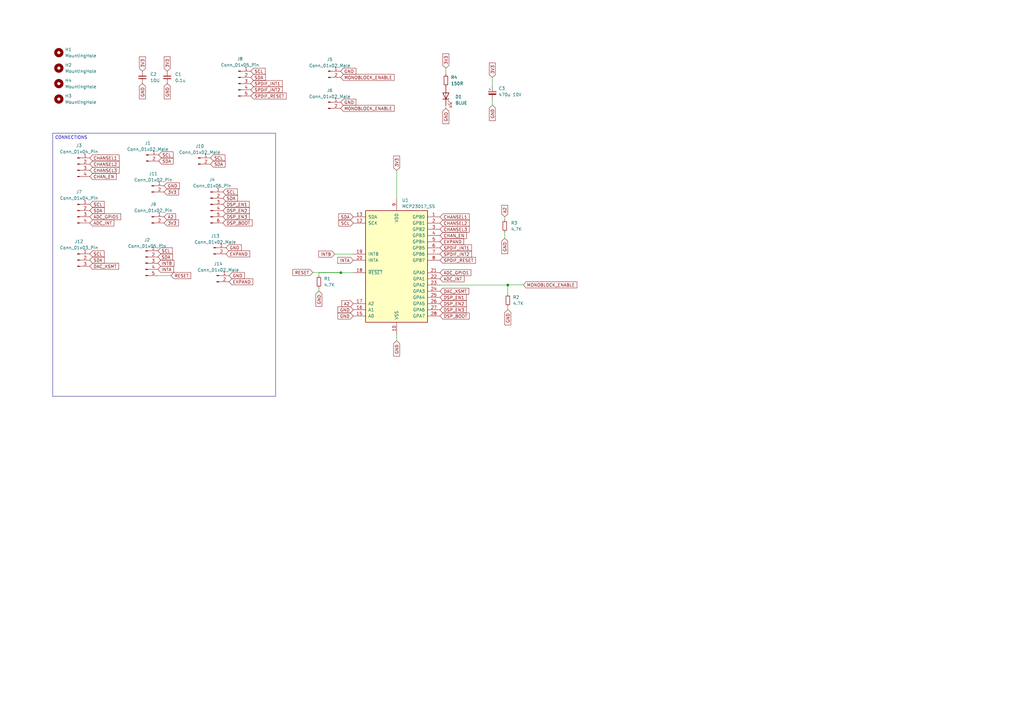
<source format=kicad_sch>
(kicad_sch (version 20231120) (generator "eeschema") (generator_version "8.0")
  (paper "A3")
  (lib_symbols
    (symbol "Connector:Conn_01x02_Male" (pin_names (offset 1.016) hide)
      (property "Reference" "J" (at 0 2.54 0))
      (property "Value" "Conn_01x02_Male" (at 0 -5.08 0))
      (symbol "Conn_01x02_Male_1_1"
        (polyline (pts (xy 1.27 -2.54) (xy 0.8636 -2.54)) (stroke (width 0.1524)))
        (polyline (pts (xy 1.27 0) (xy 0.8636 0)) (stroke (width 0.1524)))
        (rectangle (start 0.8636 -2.413) (end 0 -2.667) (stroke (width 0.1524)) (fill (type outline)))
        (rectangle (start 0.8636 0.127) (end 0 -0.127) (stroke (width 0.1524)) (fill (type outline)))
        (pin passive line (at 5.08 0 180) (length 3.81) (name "Pin_1") (number "1"))
        (pin passive line (at 5.08 -2.54 180) (length 3.81) (name "Pin_2") (number "2"))
      )
    )
    (symbol "Connector:Conn_01x02_Pin" (pin_names (offset 1.016) hide)
      (property "Reference" "J" (at 0 2.54 0))
      (property "Value" "Conn_01x02_Pin" (at 0 -5.08 0))
      (symbol "Conn_01x02_Pin_1_1"
        (polyline (pts (xy 1.27 -2.54) (xy 0.8636 -2.54)) (stroke (width 0.1524)))
        (polyline (pts (xy 1.27 0) (xy 0.8636 0)) (stroke (width 0.1524)))
        (rectangle (start 0.8636 -2.413) (end 0 -2.667) (stroke (width 0.1524)) (fill (type outline)))
        (rectangle (start 0.8636 0.127) (end 0 -0.127) (stroke (width 0.1524)) (fill (type outline)))
        (pin passive line (at 5.08 0 180) (length 3.81) (name "Pin_1") (number "1"))
        (pin passive line (at 5.08 -2.54 180) (length 3.81) (name "Pin_2") (number "2"))
      )
    )
    (symbol "Connector:Conn_01x03_Pin" (pin_names (offset 1.016) hide)
      (property "Reference" "J" (at 0 5.08 0))
      (property "Value" "Conn_01x03_Pin" (at 0 -5.08 0))
      (symbol "Conn_01x03_Pin_1_1"
        (polyline (pts (xy 1.27 -2.54) (xy 0.8636 -2.54)) (stroke (width 0.1524)))
        (polyline (pts (xy 1.27 0) (xy 0.8636 0)) (stroke (width 0.1524)))
        (polyline (pts (xy 1.27 2.54) (xy 0.8636 2.54)) (stroke (width 0.1524)))
        (rectangle (start 0.8636 -2.413) (end 0 -2.667) (stroke (width 0.1524)) (fill (type outline)))
        (rectangle (start 0.8636 0.127) (end 0 -0.127) (stroke (width 0.1524)) (fill (type outline)))
        (rectangle (start 0.8636 2.667) (end 0 2.413) (stroke (width 0.1524)) (fill (type outline)))
        (pin passive line (at 5.08 2.54 180) (length 3.81) (name "Pin_1") (number "1"))
        (pin passive line (at 5.08 0 180) (length 3.81) (name "Pin_2") (number "2"))
        (pin passive line (at 5.08 -2.54 180) (length 3.81) (name "Pin_3") (number "3"))
      )
    )
    (symbol "Connector:Conn_01x04_Pin" (pin_names (offset 1.016) hide)
      (property "Reference" "J" (at 0 5.08 0))
      (property "Value" "Conn_01x04_Pin" (at 0 -7.62 0))
      (symbol "Conn_01x04_Pin_1_1"
        (polyline (pts (xy 1.27 -5.08) (xy 0.8636 -5.08)) (stroke (width 0.1524)))
        (polyline (pts (xy 1.27 -2.54) (xy 0.8636 -2.54)) (stroke (width 0.1524)))
        (polyline (pts (xy 1.27 0) (xy 0.8636 0)) (stroke (width 0.1524)))
        (polyline (pts (xy 1.27 2.54) (xy 0.8636 2.54)) (stroke (width 0.1524)))
        (rectangle (start 0.8636 -4.953) (end 0 -5.207) (stroke (width 0.1524)) (fill (type outline)))
        (rectangle (start 0.8636 -2.413) (end 0 -2.667) (stroke (width 0.1524)) (fill (type outline)))
        (rectangle (start 0.8636 0.127) (end 0 -0.127) (stroke (width 0.1524)) (fill (type outline)))
        (rectangle (start 0.8636 2.667) (end 0 2.413) (stroke (width 0.1524)) (fill (type outline)))
        (pin passive line (at 5.08 2.54 180) (length 3.81) (name "Pin_1") (number "1"))
        (pin passive line (at 5.08 0 180) (length 3.81) (name "Pin_2") (number "2"))
        (pin passive line (at 5.08 -2.54 180) (length 3.81) (name "Pin_3") (number "3"))
        (pin passive line (at 5.08 -5.08 180) (length 3.81) (name "Pin_4") (number "4"))
      )
    )
    (symbol "Connector:Conn_01x05_Pin" (pin_names (offset 1.016) hide)
      (property "Reference" "J" (at 0 7.62 0))
      (property "Value" "Conn_01x05_Pin" (at 0 -7.62 0))
      (symbol "Conn_01x05_Pin_1_1"
        (polyline (pts (xy 1.27 -5.08) (xy 0.8636 -5.08)) (stroke (width 0.1524)))
        (polyline (pts (xy 1.27 -2.54) (xy 0.8636 -2.54)) (stroke (width 0.1524)))
        (polyline (pts (xy 1.27 0) (xy 0.8636 0)) (stroke (width 0.1524)))
        (polyline (pts (xy 1.27 2.54) (xy 0.8636 2.54)) (stroke (width 0.1524)))
        (polyline (pts (xy 1.27 5.08) (xy 0.8636 5.08)) (stroke (width 0.1524)))
        (rectangle (start 0.8636 -4.953) (end 0 -5.207) (stroke (width 0.1524)) (fill (type outline)))
        (rectangle (start 0.8636 -2.413) (end 0 -2.667) (stroke (width 0.1524)) (fill (type outline)))
        (rectangle (start 0.8636 0.127) (end 0 -0.127) (stroke (width 0.1524)) (fill (type outline)))
        (rectangle (start 0.8636 2.667) (end 0 2.413) (stroke (width 0.1524)) (fill (type outline)))
        (rectangle (start 0.8636 5.207) (end 0 4.953) (stroke (width 0.1524)) (fill (type outline)))
        (pin passive line (at 5.08 5.08 180) (length 3.81) (name "Pin_1") (number "1"))
        (pin passive line (at 5.08 2.54 180) (length 3.81) (name "Pin_2") (number "2"))
        (pin passive line (at 5.08 0 180) (length 3.81) (name "Pin_3") (number "3"))
        (pin passive line (at 5.08 -2.54 180) (length 3.81) (name "Pin_4") (number "4"))
        (pin passive line (at 5.08 -5.08 180) (length 3.81) (name "Pin_5") (number "5"))
      )
    )
    (symbol "Connector:Conn_01x06_Pin" (pin_names (offset 1.016) hide)
      (property "Reference" "J" (at 0 7.62 0))
      (property "Value" "Conn_01x06_Pin" (at 0 -10.16 0))
      (symbol "Conn_01x06_Pin_1_1"
        (polyline (pts (xy 1.27 -7.62) (xy 0.8636 -7.62)) (stroke (width 0.1524)))
        (polyline (pts (xy 1.27 -5.08) (xy 0.8636 -5.08)) (stroke (width 0.1524)))
        (polyline (pts (xy 1.27 -2.54) (xy 0.8636 -2.54)) (stroke (width 0.1524)))
        (polyline (pts (xy 1.27 0) (xy 0.8636 0)) (stroke (width 0.1524)))
        (polyline (pts (xy 1.27 2.54) (xy 0.8636 2.54)) (stroke (width 0.1524)))
        (polyline (pts (xy 1.27 5.08) (xy 0.8636 5.08)) (stroke (width 0.1524)))
        (rectangle (start 0.8636 -7.493) (end 0 -7.747) (stroke (width 0.1524)) (fill (type outline)))
        (rectangle (start 0.8636 -4.953) (end 0 -5.207) (stroke (width 0.1524)) (fill (type outline)))
        (rectangle (start 0.8636 -2.413) (end 0 -2.667) (stroke (width 0.1524)) (fill (type outline)))
        (rectangle (start 0.8636 0.127) (end 0 -0.127) (stroke (width 0.1524)) (fill (type outline)))
        (rectangle (start 0.8636 2.667) (end 0 2.413) (stroke (width 0.1524)) (fill (type outline)))
        (rectangle (start 0.8636 5.207) (end 0 4.953) (stroke (width 0.1524)) (fill (type outline)))
        (pin passive line (at 5.08 5.08 180) (length 3.81) (name "Pin_1") (number "1"))
        (pin passive line (at 5.08 2.54 180) (length 3.81) (name "Pin_2") (number "2"))
        (pin passive line (at 5.08 0 180) (length 3.81) (name "Pin_3") (number "3"))
        (pin passive line (at 5.08 -2.54 180) (length 3.81) (name "Pin_4") (number "4"))
        (pin passive line (at 5.08 -5.08 180) (length 3.81) (name "Pin_5") (number "5"))
        (pin passive line (at 5.08 -7.62 180) (length 3.81) (name "Pin_6") (number "6"))
      )
    )
    (symbol "Device:C_Polarized_Small" (pin_numbers hide) (pin_names (offset 0.254) hide)
      (property "Reference" "C" (at 0.254 1.778 0))
      (property "Value" "C_Polarized_Small" (at 0.254 -2.032 0))
      (symbol "C_Polarized_Small_0_1"
        (rectangle (start -1.524 -0.3048) (end 1.524 -0.6858) (fill (type outline)))
        (rectangle (start -1.524 0.6858) (end 1.524 0.3048))
        (polyline (pts (xy -1.27 1.524) (xy -0.762 1.524)))
        (polyline (pts (xy -1.016 1.27) (xy -1.016 1.778)))
      )
      (symbol "C_Polarized_Small_1_1"
        (pin passive line (at 0 2.54 270) (length 1.8542) (name "~") (number "1"))
        (pin passive line (at 0 -2.54 90) (length 1.8542) (name "~") (number "2"))
      )
    )
    (symbol "Device:C_Small" (pin_numbers hide) (pin_names (offset 0.254) hide)
      (property "Reference" "C" (at 0.254 1.778 0))
      (property "Value" "C_Small" (at 0.254 -2.032 0))
      (symbol "C_Small_0_1"
        (polyline (pts (xy -1.524 -0.508) (xy 1.524 -0.508)) (stroke (width 0.3302)))
        (polyline (pts (xy -1.524 0.508) (xy 1.524 0.508)) (stroke (width 0.3048)))
      )
      (symbol "C_Small_1_1"
        (pin passive line (at 0 2.54 270) (length 2.032) (name "~") (number "1"))
        (pin passive line (at 0 -2.54 90) (length 2.032) (name "~") (number "2"))
      )
    )
    (symbol "Device:LED" (pin_numbers hide) (pin_names (offset 1.016) hide)
      (property "Reference" "D" (at 0 2.54 0))
      (property "Value" "LED" (at 0 -2.54 0))
      (symbol "LED_0_1"
        (polyline (pts (xy -1.27 -1.27) (xy -1.27 1.27)) (stroke (width 0.254)))
        (polyline (pts (xy -1.27 0) (xy 1.27 0)))
        (polyline (pts (xy 1.27 -1.27) (xy 1.27 1.27) (xy -1.27 0) (xy 1.27 -1.27)) (stroke (width 0.254)))
        (polyline (pts (xy -3.048 -0.762) (xy -4.572 -2.286) (xy -3.81 -2.286) (xy -4.572 -2.286) (xy -4.572 -1.524)))
        (polyline (pts (xy -1.778 -0.762) (xy -3.302 -2.286) (xy -2.54 -2.286) (xy -3.302 -2.286) (xy -3.302 -1.524)))
      )
      (symbol "LED_1_1"
        (pin passive line (at -3.81 0 0) (length 2.54) (name "K") (number "1"))
        (pin passive line (at 3.81 0 180) (length 2.54) (name "A") (number "2"))
      )
    )
    (symbol "Device:R_Small" (pin_numbers hide) (pin_names (offset 0.254) hide)
      (property "Reference" "R" (at 0.762 0.508 0))
      (property "Value" "R_Small" (at 0.762 -1.016 0))
      (symbol "R_Small_0_1"
        (rectangle (start -0.762 1.778) (end 0.762 -1.778) (stroke (width 0.2032)))
      )
      (symbol "R_Small_1_1"
        (pin passive line (at 0 2.54 270) (length 0.762) (name "~") (number "1"))
        (pin passive line (at 0 -2.54 90) (length 0.762) (name "~") (number "2"))
      )
    )
    (symbol "Interface_Expansion:MCP23017_SS" (pin_names (offset 1.016))
      (property "Reference" "U" (at -11.43 24.13 0))
      (property "Value" "MCP23017_SS" (at 0 0 0))
      (symbol "MCP23017_SS_0_1"
        (rectangle (start -12.7 22.86) (end 12.7 -22.86) (stroke (width 0.254)) (fill (type background)))
      )
      (symbol "MCP23017_SS_1_1"
        (pin bidirectional line (at 17.78 20.32 180) (length 5.08) (name "GPB0") (number "1"))
        (pin power_in line (at 0 -27.94 90) (length 5.08) (name "VSS") (number "10"))
        (pin no_connect line (at -12.7 15.24 0) (length 5.08) hide (name "NC") (number "11"))
        (pin input line (at -17.78 17.78 0) (length 5.08) (name "SCK") (number "12"))
        (pin bidirectional line (at -17.78 20.32 0) (length 5.08) (name "SDA") (number "13"))
        (pin no_connect line (at -12.7 12.7 0) (length 5.08) hide (name "NC") (number "14"))
        (pin input line (at -17.78 -20.32 0) (length 5.08) (name "A0") (number "15"))
        (pin input line (at -17.78 -17.78 0) (length 5.08) (name "A1") (number "16"))
        (pin input line (at -17.78 -15.24 0) (length 5.08) (name "A2") (number "17"))
        (pin input line (at -17.78 -2.54 0) (length 5.08) (name "~{RESET}") (number "18"))
        (pin tri_state line (at -17.78 5.08 0) (length 5.08) (name "INTB") (number "19"))
        (pin bidirectional line (at 17.78 17.78 180) (length 5.08) (name "GPB1") (number "2"))
        (pin tri_state line (at -17.78 2.54 0) (length 5.08) (name "INTA") (number "20"))
        (pin bidirectional line (at 17.78 -2.54 180) (length 5.08) (name "GPA0") (number "21"))
        (pin bidirectional line (at 17.78 -5.08 180) (length 5.08) (name "GPA1") (number "22"))
        (pin bidirectional line (at 17.78 -7.62 180) (length 5.08) (name "GPA2") (number "23"))
        (pin bidirectional line (at 17.78 -10.16 180) (length 5.08) (name "GPA3") (number "24"))
        (pin bidirectional line (at 17.78 -12.7 180) (length 5.08) (name "GPA4") (number "25"))
        (pin bidirectional line (at 17.78 -15.24 180) (length 5.08) (name "GPA5") (number "26"))
        (pin bidirectional line (at 17.78 -17.78 180) (length 5.08) (name "GPA6") (number "27"))
        (pin bidirectional line (at 17.78 -20.32 180) (length 5.08) (name "GPA7") (number "28"))
        (pin bidirectional line (at 17.78 15.24 180) (length 5.08) (name "GPB2") (number "3"))
        (pin bidirectional line (at 17.78 12.7 180) (length 5.08) (name "GPB3") (number "4"))
        (pin bidirectional line (at 17.78 10.16 180) (length 5.08) (name "GPB4") (number "5"))
        (pin bidirectional line (at 17.78 7.62 180) (length 5.08) (name "GPB5") (number "6"))
        (pin bidirectional line (at 17.78 5.08 180) (length 5.08) (name "GPB6") (number "7"))
        (pin bidirectional line (at 17.78 2.54 180) (length 5.08) (name "GPB7") (number "8"))
        (pin power_in line (at 0 27.94 270) (length 5.08) (name "VDD") (number "9"))
      )
    )
    (symbol "Mechanical:MountingHole" (pin_names (offset 1.016))
      (property "Reference" "H" (at 0 5.08 0))
      (property "Value" "MountingHole" (at 0 3.175 0))
      (symbol "MountingHole_0_1"
        (circle (center 0 0) (radius 1.27) (stroke (width 1.27)))
      )
    )
  )
  (junction (at 139.8108 111.8291))
  (junction (at 208.28 116.9091))
  (wire (pts (xy 208.28 116.84) (xy 208.28 116.9091)))
  (wire (pts (xy 162.6708 139.7691) (xy 162.6708 137.2291)))
  (wire (pts (xy 207.01 95.25) (xy 207.01 97.79)))
  (wire (pts (xy 180.4508 116.9091) (xy 208.28 116.9091)))
  (wire (pts (xy 64.77 113.03) (xy 70.104 113.03)))
  (wire (pts (xy 201.93 43.18) (xy 201.93 40.64)))
  (wire (pts (xy 139.8108 111.76) (xy 139.8108 111.8291)))
  (wire (pts (xy 139.8108 111.8291) (xy 144.8908 111.8291)))
  (wire (pts (xy 130.81 119.38) (xy 130.81 118.11)))
  (wire (pts (xy 182.88 44.45) (xy 182.88 43.18)))
  (wire (pts (xy 208.28 120.65) (xy 208.28 116.9091)))
  (wire (pts (xy 207.01 88.9) (xy 207.01 90.17)))
  (wire (pts (xy 130.81 113.03) (xy 130.81 111.8291)))
  (wire (pts (xy 201.93 31.75) (xy 201.93 35.56)))
  (wire (pts (xy 137.2708 104.2091) (xy 144.8908 104.2091)))
  (wire (pts (xy 128.27 111.76) (xy 139.8108 111.76)))
  (wire (pts (xy 130.81 111.8291) (xy 139.8108 111.8291)))
  (wire (pts (xy 162.6708 69.9191) (xy 162.6708 81.3491)))
  (wire (pts (xy 208.28 127) (xy 208.28 125.73)))
  (wire (pts (xy 208.28 116.84) (xy 214.63 116.84)))
  (wire (pts (xy 182.88 27.94) (xy 182.88 30.48)))
  (text_box "CONNECTIONS" (at 21.59 54.61 0) (size 91.44 107.95) (stroke (width 0) (color 0 0 132 1)) (effects (font (size 1.27 1.27)) (justify left top)))
  (global_label "EXPAND" (shape input) (at 93.98 115.57 0) (property "Intersheetrefs" "${INTERSHEET_REFS}" (effects (hide yes))))
  (global_label "EXPAND" (shape input) (at 92.71 104.14 0) (property "Intersheetrefs" "${INTERSHEET_REFS}" (effects (hide yes))))
  (global_label "GND" (shape input) (at 58.42 34.29 270) (property "Intersheetrefs" "${INTERSHEET_REFS}" (effects (hide yes))))
  (global_label "3V3" (shape input) (at 182.88 27.94 90) (property "Intersheetrefs" "${INTERSHEET_REFS}" (effects (hide yes))))
  (global_label "RESET" (shape input) (at 70.104 113.03 0) (property "Intersheetrefs" "${INTERSHEET_REFS}" (effects (hide yes))))
  (global_label "SPDIF_RESET" (shape input) (at 102.87 39.37 0) (property "Intersheetrefs" "${INTERSHEET_REFS}" (effects (hide yes))))
  (global_label "GND" (shape input) (at 139.7 41.91 0) (property "Intersheetrefs" "${INTERSHEET_REFS}" (effects (hide yes))))
  (global_label "DSP_EN2" (shape input) (at 91.44 86.36 0) (property "Intersheetrefs" "${INTERSHEET_REFS}" (effects (hide yes))))
  (global_label "SCL" (shape input) (at 102.87 29.21 0) (property "Intersheetrefs" "${INTERSHEET_REFS}" (effects (hide yes))))
  (global_label "GND" (shape input) (at 144.8908 129.6091 180) (property "Intersheetrefs" "${INTERSHEET_REFS}" (effects (hide yes))))
  (global_label "DSP_EN3" (shape input) (at 91.44 88.9 0) (property "Intersheetrefs" "${INTERSHEET_REFS}" (effects (hide yes))))
  (global_label "DSP_EN1" (shape input) (at 91.44 83.82 0) (property "Intersheetrefs" "${INTERSHEET_REFS}" (effects (hide yes))))
  (global_label "MONOBLOCK_ENABLE" (shape input) (at 139.7 31.75 0) (property "Intersheetrefs" "${INTERSHEET_REFS}" (effects (hide yes))))
  (global_label "SDA" (shape input) (at 36.83 106.68 0) (property "Intersheetrefs" "${INTERSHEET_REFS}" (effects (hide yes))))
  (global_label "ADC_GPIO1" (shape input) (at 36.83 88.9 0) (property "Intersheetrefs" "${INTERSHEET_REFS}" (effects (hide yes))))
  (global_label "A2" (shape input) (at 144.8908 124.5291 180) (property "Intersheetrefs" "${INTERSHEET_REFS}" (effects (hide yes))))
  (global_label "CHANSEL1" (shape input) (at 36.83 64.77 0) (property "Intersheetrefs" "${INTERSHEET_REFS}" (effects (hide yes))))
  (global_label "GND" (shape input) (at 130.81 119.38 270) (property "Intersheetrefs" "${INTERSHEET_REFS}" (effects (hide yes))))
  (global_label "CHANSEL2" (shape input) (at 36.83 67.31 0) (property "Intersheetrefs" "${INTERSHEET_REFS}" (effects (hide yes))))
  (global_label "MONOBLOCK_ENABLE" (shape input) (at 214.63 116.84 0) (property "Intersheetrefs" "${INTERSHEET_REFS}" (effects (hide yes))))
  (global_label "SDA" (shape input) (at 102.87 31.75 0) (property "Intersheetrefs" "${INTERSHEET_REFS}" (effects (hide yes))))
  (global_label "GND" (shape input) (at 67.31 76.2 0) (property "Intersheetrefs" "${INTERSHEET_REFS}" (effects (hide yes))))
  (global_label "SCL" (shape input) (at 65.0724 63.5246 0) (property "Intersheetrefs" "${INTERSHEET_REFS}" (effects (hide yes))))
  (global_label "GND" (shape input) (at 201.93 43.18 270) (property "Intersheetrefs" "${INTERSHEET_REFS}" (effects (hide yes))))
  (global_label "GND" (shape input) (at 162.6708 139.7691 270) (property "Intersheetrefs" "${INTERSHEET_REFS}" (effects (hide yes))))
  (global_label "SPDIF_INT2" (shape input) (at 180.4508 104.2091 0) (property "Intersheetrefs" "${INTERSHEET_REFS}" (effects (hide yes))))
  (global_label "GND" (shape input) (at 208.28 127 270) (property "Intersheetrefs" "${INTERSHEET_REFS}" (effects (hide yes))))
  (global_label "SCL" (shape input) (at 91.44 78.74 0) (property "Intersheetrefs" "${INTERSHEET_REFS}" (effects (hide yes))))
  (global_label "DSP_EN2" (shape input) (at 180.4508 124.5291 0) (property "Intersheetrefs" "${INTERSHEET_REFS}" (effects (hide yes))))
  (global_label "INTA" (shape input) (at 144.8908 106.7491 180) (property "Intersheetrefs" "${INTERSHEET_REFS}" (effects (hide yes))))
  (global_label "GND" (shape input) (at 207.01 97.79 270) (property "Intersheetrefs" "${INTERSHEET_REFS}" (effects (hide yes))))
  (global_label "SDA" (shape input) (at 144.8908 88.9691 180) (property "Intersheetrefs" "${INTERSHEET_REFS}" (effects (hide yes))))
  (global_label "3V3" (shape input) (at 162.6708 69.9191 90) (property "Intersheetrefs" "${INTERSHEET_REFS}" (effects (hide yes))))
  (global_label "CHANSEL2" (shape input) (at 180.4508 91.5091 0) (property "Intersheetrefs" "${INTERSHEET_REFS}" (effects (hide yes))))
  (global_label "SPDIF_INT1" (shape input) (at 102.87 34.29 0) (property "Intersheetrefs" "${INTERSHEET_REFS}" (effects (hide yes))))
  (global_label "ADC_GPIO1" (shape input) (at 180.4508 111.8291 0) (property "Intersheetrefs" "${INTERSHEET_REFS}" (effects (hide yes))))
  (global_label "GND" (shape input) (at 139.7 29.21 0) (property "Intersheetrefs" "${INTERSHEET_REFS}" (effects (hide yes))))
  (global_label "MONOBLOCK_ENABLE" (shape input) (at 139.7 44.45 0) (property "Intersheetrefs" "${INTERSHEET_REFS}" (effects (hide yes))))
  (global_label "ADC_INT" (shape input) (at 36.83 91.44 0) (property "Intersheetrefs" "${INTERSHEET_REFS}" (effects (hide yes))))
  (global_label "SDA" (shape input) (at 91.44 81.28 0) (property "Intersheetrefs" "${INTERSHEET_REFS}" (effects (hide yes))))
  (global_label "SDA" (shape input) (at 86.36 67.31 0) (property "Intersheetrefs" "${INTERSHEET_REFS}" (effects (hide yes))))
  (global_label "DAC_XSMT" (shape input) (at 36.83 109.22 0) (property "Intersheetrefs" "${INTERSHEET_REFS}" (effects (hide yes))))
  (global_label "3V3" (shape input) (at 58.42 29.21 90) (property "Intersheetrefs" "${INTERSHEET_REFS}" (effects (hide yes))))
  (global_label "GND" (shape input) (at 92.71 101.6 0) (property "Intersheetrefs" "${INTERSHEET_REFS}" (effects (hide yes))))
  (global_label "SCL" (shape input) (at 36.83 104.14 0) (property "Intersheetrefs" "${INTERSHEET_REFS}" (effects (hide yes))))
  (global_label "SDA" (shape input) (at 64.77 105.41 0) (property "Intersheetrefs" "${INTERSHEET_REFS}" (effects (hide yes))))
  (global_label "SPDIF_RESET" (shape input) (at 180.4508 106.7491 0) (property "Intersheetrefs" "${INTERSHEET_REFS}" (effects (hide yes))))
  (global_label "SCL" (shape input) (at 144.8908 91.5091 180) (property "Intersheetrefs" "${INTERSHEET_REFS}" (effects (hide yes))))
  (global_label "SCL" (shape input) (at 86.36 64.77 0) (property "Intersheetrefs" "${INTERSHEET_REFS}" (effects (hide yes))))
  (global_label "3V3" (shape input) (at 67.31 78.74 0) (property "Intersheetrefs" "${INTERSHEET_REFS}" (effects (hide yes))))
  (global_label "A2" (shape input) (at 207.01 88.9 90) (property "Intersheetrefs" "${INTERSHEET_REFS}" (effects (hide yes))))
  (global_label "SPDIF_INT2" (shape input) (at 102.87 36.83 0) (property "Intersheetrefs" "${INTERSHEET_REFS}" (effects (hide yes))))
  (global_label "DAC_XSMT" (shape input) (at 180.4508 119.4491 0) (property "Intersheetrefs" "${INTERSHEET_REFS}" (effects (hide yes))))
  (global_label "ADC_INT" (shape input) (at 180.4508 114.3691 0) (property "Intersheetrefs" "${INTERSHEET_REFS}" (effects (hide yes))))
  (global_label "GND" (shape input) (at 68.58 34.29 270) (property "Intersheetrefs" "${INTERSHEET_REFS}" (effects (hide yes))))
  (global_label "SDA" (shape input) (at 36.83 86.36 0) (property "Intersheetrefs" "${INTERSHEET_REFS}" (effects (hide yes))))
  (global_label "3V3" (shape input) (at 67.31 91.44 0) (property "Intersheetrefs" "${INTERSHEET_REFS}" (effects (hide yes))))
  (global_label "DSP_BOOT" (shape input) (at 180.4508 129.6091 0) (property "Intersheetrefs" "${INTERSHEET_REFS}" (effects (hide yes))))
  (global_label "3V3" (shape input) (at 68.58 29.21 90) (property "Intersheetrefs" "${INTERSHEET_REFS}" (effects (hide yes))))
  (global_label "EXPAND" (shape input) (at 180.4508 99.1291 0) (property "Intersheetrefs" "${INTERSHEET_REFS}" (effects (hide yes))))
  (global_label "DSP_EN1" (shape input) (at 180.4508 121.9891 0) (property "Intersheetrefs" "${INTERSHEET_REFS}" (effects (hide yes))))
  (global_label "3V3" (shape input) (at 201.93 31.75 90) (property "Intersheetrefs" "${INTERSHEET_REFS}" (effects (hide yes))))
  (global_label "RESET" (shape input) (at 128.27 111.76 180) (property "Intersheetrefs" "${INTERSHEET_REFS}" (effects (hide yes))))
  (global_label "SDA" (shape input) (at 65.0724 66.0646 0) (property "Intersheetrefs" "${INTERSHEET_REFS}" (effects (hide yes))))
  (global_label "CHANSEL3" (shape input) (at 180.4508 94.0491 0) (property "Intersheetrefs" "${INTERSHEET_REFS}" (effects (hide yes))))
  (global_label "INTB" (shape input) (at 137.2708 104.2091 180) (property "Intersheetrefs" "${INTERSHEET_REFS}" (effects (hide yes))))
  (global_label "SCL" (shape input) (at 36.83 83.82 0) (property "Intersheetrefs" "${INTERSHEET_REFS}" (effects (hide yes))))
  (global_label "GND" (shape input) (at 182.88 44.45 270) (property "Intersheetrefs" "${INTERSHEET_REFS}" (effects (hide yes))))
  (global_label "CHANSEL3" (shape input) (at 36.83 69.85 0) (property "Intersheetrefs" "${INTERSHEET_REFS}" (effects (hide yes))))
  (global_label "CHANSEL1" (shape input) (at 180.4508 88.9691 0) (property "Intersheetrefs" "${INTERSHEET_REFS}" (effects (hide yes))))
  (global_label "A2" (shape input) (at 67.31 88.9 0) (property "Intersheetrefs" "${INTERSHEET_REFS}" (effects (hide yes))))
  (global_label "DSP_BOOT" (shape input) (at 91.44 91.44 0) (property "Intersheetrefs" "${INTERSHEET_REFS}" (effects (hide yes))))
  (global_label "CHAN_EN" (shape input) (at 180.4508 96.5891 0) (property "Intersheetrefs" "${INTERSHEET_REFS}" (effects (hide yes))))
  (global_label "INTB" (shape input) (at 64.77 107.95 0) (property "Intersheetrefs" "${INTERSHEET_REFS}" (effects (hide yes))))
  (global_label "CHAN_EN" (shape input) (at 36.83 72.39 0) (property "Intersheetrefs" "${INTERSHEET_REFS}" (effects (hide yes))))
  (global_label "SCL" (shape input) (at 64.77 102.87 0) (property "Intersheetrefs" "${INTERSHEET_REFS}" (effects (hide yes))))
  (global_label "SPDIF_INT1" (shape input) (at 180.4508 101.6691 0) (property "Intersheetrefs" "${INTERSHEET_REFS}" (effects (hide yes))))
  (global_label "GND" (shape input) (at 144.8908 127.0691 180) (property "Intersheetrefs" "${INTERSHEET_REFS}" (effects (hide yes))))
  (global_label "DSP_EN3" (shape input) (at 180.4508 127.0691 0) (property "Intersheetrefs" "${INTERSHEET_REFS}" (effects (hide yes))))
  (global_label "INTA" (shape input) (at 64.77 110.49 0) (property "Intersheetrefs" "${INTERSHEET_REFS}" (effects (hide yes))))
  (global_label "GND" (shape input) (at 93.98 113.03 0) (property "Intersheetrefs" "${INTERSHEET_REFS}" (effects (hide yes))))
  (symbol (lib_id "Mechanical:MountingHole") (at 24.13 34.29 0) (unit 1)
    (property "Reference" "H4" (at 26.67 33.0199 0) (effects (justify left)))
    (property "Value" "MountingHole" (at 26.67 35.5599 0) (effects (justify left)))
    (property "Footprint" "MountingHole:MountingHole_3.2mm_M3_DIN965_Pad_TopOnly" (effects (hide yes)))
  )
  (symbol (lib_id "Interface_Expansion:MCP23017_SS") (at 162.6708 109.2891 0) (unit 1)
    (property "Reference" "U1" (at 164.8649 82.1111 0) (effects (justify left)))
    (property "Value" "MCP23017_SS" (at 164.8649 84.6511 0) (effects (justify left)))
    (property "Footprint" "Package_SO:SSOP-28_5.3x10.2mm_P0.65mm" (effects (hide yes)))
    (property "Datasheet" "http://ww1.microchip.com/downloads/en/DeviceDoc/20001952C.pdf" (effects (hide yes)))
    (property "Mouser" " 579-MCP23017-E/SS " (effects (hide yes)))
  )
  (symbol (lib_id "Connector:Conn_01x05_Pin") (at 97.79 34.29 0) (unit 1)
    (property "Reference" "J8" (at 98.425 24.13 0))
    (property "Value" "Conn_01x05_Pin" (at 98.425 26.67 0))
    (property "Footprint" "Connector_JST:JST_PH_B5B-PH-K_1x05_P2.00mm_Vertical" (effects (hide yes)))
    (property "Description" "Generic connector, single row, 01x05, script generated" (effects (hide yes)))
  )
  (symbol (lib_id "Connector:Conn_01x03_Pin") (at 31.75 106.68 0) (unit 1)
    (property "Reference" "J12" (at 32.385 99.06 0))
    (property "Value" "Conn_01x03_Pin" (at 32.385 101.6 0))
    (property "Footprint" "Connector_JST:JST_PH_B3B-PH-K_1x03_P2.00mm_Vertical" (effects (hide yes)))
    (property "Description" "Generic connector, single row, 01x03, script generated" (effects (hide yes)))
  )
  (symbol (lib_id "Device:R_Small") (at 207.01 92.71 0) (unit 1)
    (property "Reference" "R3" (at 209.55 91.4399 0) (effects (justify left)))
    (property "Value" "4.7K" (at 209.55 93.9799 0) (effects (justify left)))
    (property "Footprint" "Resistor_SMD:R_0603_1608Metric_Pad0.98x0.95mm_HandSolder" (effects (hide yes)))
  )
  (symbol (lib_id "Connector:Conn_01x02_Male") (at 134.62 29.21 0) (unit 1)
    (property "Reference" "J5" (at 135.255 24.384 0))
    (property "Value" "Conn_01x02_Male" (at 135.255 26.924 0))
    (property "Footprint" "Connector_JST:JST_PH_B2B-PH-K_1x02_P2.00mm_Vertical" (effects (hide yes)))
  )
  (symbol (lib_id "Connector:Conn_01x04_Pin") (at 31.75 86.36 0) (unit 1)
    (property "Reference" "J7" (at 32.385 78.74 0))
    (property "Value" "Conn_01x04_Pin" (at 32.385 81.28 0))
    (property "Footprint" "Connector_JST:JST_PH_B4B-PH-K_1x04_P2.00mm_Vertical" (effects (hide yes)))
    (property "Description" "Generic connector, single row, 01x04, script generated" (effects (hide yes)))
  )
  (symbol (lib_id "Connector:Conn_01x04_Pin") (at 31.75 67.31 0) (unit 1)
    (property "Reference" "J3" (at 32.385 59.69 0))
    (property "Value" "Conn_01x04_Pin" (at 32.385 62.23 0))
    (property "Footprint" "Connector_JST:JST_PH_B4B-PH-K_1x04_P2.00mm_Vertical" (effects (hide yes)))
    (property "Description" "Generic connector, single row, 01x04, script generated" (effects (hide yes)))
  )
  (symbol (lib_id "Device:C_Small") (at 68.58 31.75 180) (unit 1)
    (property "Reference" "C1" (at 71.755 30.4736 0) (effects (justify right)))
    (property "Value" "0.1u" (at 71.755 33.0136 0) (effects (justify right)))
    (property "Footprint" "Capacitor_SMD:C_0805_2012Metric_Pad1.18x1.45mm_HandSolder" (effects (hide yes)))
  )
  (symbol (lib_id "Connector:Conn_01x02_Male") (at 59.9924 63.5246 0) (unit 1)
    (property "Reference" "J1" (at 60.6274 58.6986 0))
    (property "Value" "Conn_01x02_Male" (at 60.6274 61.2386 0))
    (property "Footprint" "Connector_JST:JST_PH_B2B-PH-K_1x02_P2.00mm_Vertical" (effects (hide yes)))
  )
  (symbol (lib_id "Connector:Conn_01x02_Pin") (at 62.23 88.9 0) (unit 1)
    (property "Reference" "J9" (at 62.865 83.82 0))
    (property "Value" "Conn_01x02_Pin" (at 62.865 86.36 0))
    (property "Footprint" "Connector_PinHeader_2.54mm:PinHeader_1x02_P2.54mm_Vertical" (effects (hide yes)))
    (property "Description" "Generic connector, single row, 01x02, script generated" (effects (hide yes)))
  )
  (symbol (lib_id "Connector:Conn_01x05_Pin") (at 59.69 107.95 0) (unit 1)
    (property "Reference" "J2" (at 60.325 98.425 0))
    (property "Value" "Conn_01x05_Pin" (at 60.325 100.965 0))
    (property "Footprint" "Connector_JST:JST_PH_B5B-PH-K_1x05_P2.00mm_Vertical" (effects (hide yes)))
  )
  (symbol (lib_id "Device:R_Small") (at 208.28 123.19 180) (unit 1)
    (property "Reference" "R2" (at 210.312 121.92 0) (effects (justify right)))
    (property "Value" "4.7K" (at 210.312 124.46 0) (effects (justify right)))
    (property "Footprint" "Resistor_SMD:R_0603_1608Metric_Pad0.98x0.95mm_HandSolder" (effects (hide yes)))
  )
  (symbol (lib_id "Mechanical:MountingHole") (at 24.13 27.94 0) (unit 1)
    (property "Reference" "H2" (at 26.67 26.6699 0) (effects (justify left)))
    (property "Value" "MountingHole" (at 26.67 29.2099 0) (effects (justify left)))
    (property "Footprint" "MountingHole:MountingHole_3.2mm_M3_DIN965_Pad_TopOnly" (effects (hide yes)))
  )
  (symbol (lib_id "Mechanical:MountingHole") (at 24.13 21.59 0) (unit 1)
    (property "Reference" "H1" (at 26.67 20.3199 0) (effects (justify left)))
    (property "Value" "MountingHole" (at 26.67 22.8599 0) (effects (justify left)))
    (property "Footprint" "MountingHole:MountingHole_3.2mm_M3_DIN965_Pad_TopOnly" (effects (hide yes)))
  )
  (symbol (lib_id "Connector:Conn_01x02_Male") (at 87.63 101.6 0) (unit 1)
    (property "Reference" "J13" (at 88.265 96.774 0))
    (property "Value" "Conn_01x02_Male" (at 88.265 99.314 0))
    (property "Footprint" "Connector_JST:JST_PH_B2B-PH-K_1x02_P2.00mm_Vertical" (effects (hide yes)))
  )
  (symbol (lib_id "Device:R_Small") (at 130.81 115.57 180) (unit 1)
    (property "Reference" "R1" (at 132.842 114.3 0) (effects (justify right)))
    (property "Value" "4.7K" (at 132.842 116.84 0) (effects (justify right)))
    (property "Footprint" "Resistor_SMD:R_0603_1608Metric_Pad0.98x0.95mm_HandSolder" (effects (hide yes)))
  )
  (symbol (lib_id "Device:R_Small") (at 182.88 33.02 180) (unit 1)
    (property "Reference" "R4" (at 184.912 31.75 0) (effects (justify right)))
    (property "Value" "150R" (at 184.912 34.29 0) (effects (justify right)))
    (property "Footprint" "Resistor_SMD:R_0603_1608Metric" (effects (hide yes)))
  )
  (symbol (lib_id "Device:LED") (at 182.88 39.37 90) (unit 1)
    (property "Reference" "D1" (at 186.69 39.6874 90) (effects (justify right)))
    (property "Value" "BLUE" (at 186.69 42.2274 90) (effects (justify right)))
    (property "Footprint" "LED_SMD:LED_0603_1608Metric" (effects (hide yes)))
    (property "Description" "Light emitting diode" (effects (hide yes)))
  )
  (symbol (lib_id "Connector:Conn_01x02_Pin") (at 62.23 76.2 0) (unit 1)
    (property "Reference" "J11" (at 62.865 71.247 0))
    (property "Value" "Conn_01x02_Pin" (at 62.865 73.787 0))
    (property "Footprint" "Connector_JST:JST_PH_B2B-PH-K_1x02_P2.00mm_Vertical" (effects (hide yes)))
  )
  (symbol (lib_id "Connector:Conn_01x06_Pin") (at 86.36 83.82 0) (unit 1)
    (property "Reference" "J4" (at 86.995 73.66 0))
    (property "Value" "Conn_01x06_Pin" (at 86.995 76.2 0))
    (property "Footprint" "Connector_JST:JST_PH_B6B-PH-K_1x06_P2.00mm_Vertical" (effects (hide yes)))
    (property "Description" "Generic connector, single row, 01x06, script generated" (effects (hide yes)))
  )
  (symbol (lib_id "Device:C_Polarized_Small") (at 201.93 38.1 0) (unit 1)
    (property "Reference" "C3" (at 204.47 36.2838 0) (effects (justify left)))
    (property "Value" "470u 10V" (at 204.47 38.8238 0) (effects (justify left)))
    (property "Footprint" "Capacitor_THT:CP_Radial_D6.3mm_P2.50mm" (effects (hide yes)))
    (property "Description" "Polarized capacitor, small symbol" (effects (hide yes)))
  )
  (symbol (lib_id "Connector:Conn_01x02_Male") (at 81.28 64.77 0) (unit 1)
    (property "Reference" "J10" (at 81.915 59.944 0))
    (property "Value" "Conn_01x02_Male" (at 81.915 62.484 0))
    (property "Footprint" "Connector_JST:JST_PH_B2B-PH-K_1x02_P2.00mm_Vertical" (effects (hide yes)))
  )
  (symbol (lib_id "Mechanical:MountingHole") (at 24.13 40.64 0) (unit 1)
    (property "Reference" "H3" (at 26.67 39.3699 0) (effects (justify left)))
    (property "Value" "MountingHole" (at 26.67 41.9099 0) (effects (justify left)))
    (property "Footprint" "MountingHole:MountingHole_3.2mm_M3_DIN965_Pad_TopOnly" (effects (hide yes)))
  )
  (symbol (lib_id "Connector:Conn_01x02_Male") (at 88.9 113.03 0) (unit 1)
    (property "Reference" "J14" (at 89.535 108.204 0))
    (property "Value" "Conn_01x02_Male" (at 89.535 110.744 0))
    (property "Footprint" "Connector_PinHeader_2.54mm:PinHeader_1x02_P2.54mm_Vertical" (effects (hide yes)))
  )
  (symbol (lib_id "Device:C_Small") (at 58.42 31.75 180) (unit 1)
    (property "Reference" "C2" (at 61.595 30.4736 0) (effects (justify right)))
    (property "Value" "10U" (at 61.595 33.0136 0) (effects (justify right)))
    (property "Footprint" "Capacitor_SMD:C_1206_3216Metric_Pad1.33x1.80mm_HandSolder" (effects (hide yes)))
  )
  (symbol (lib_id "Connector:Conn_01x02_Male") (at 134.62 41.91 0) (unit 1)
    (property "Reference" "J6" (at 135.255 37.084 0))
    (property "Value" "Conn_01x02_Male" (at 135.255 39.624 0))
    (property "Footprint" "Connector_JST:JST_PH_B2B-PH-K_1x02_P2.00mm_Vertical" (effects (hide yes)))
  )
)
</source>
